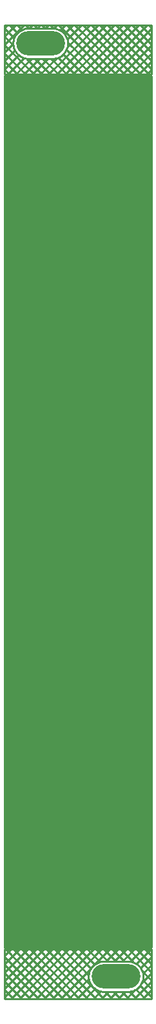
<source format=gbl>
G04 Layer: BottomLayer*
G04 EasyEDA v6.5.29, 2023-07-18 11:26:45*
G04 717a18994d7c41279664b680ba610972,5a6b42c53f6a479593ecc07194224c93,10*
G04 Gerber Generator version 0.2*
G04 Scale: 100 percent, Rotated: No, Reflected: No *
G04 Dimensions in millimeters *
G04 leading zeros omitted , absolute positions ,4 integer and 5 decimal *
%FSLAX45Y45*%
%MOMM*%

%ADD10C,0.2540*%
%ADD11O,6.4000126X3.1999936*%

%LPD*%
G36*
X36068Y698500D02*
G01*
X32156Y699262D01*
X28905Y701497D01*
X26670Y704748D01*
X25908Y708660D01*
X25908Y12143740D01*
X26670Y12147651D01*
X28905Y12150902D01*
X32156Y12153138D01*
X36068Y12153900D01*
X1970532Y12153900D01*
X1974443Y12153138D01*
X1977694Y12150902D01*
X1979930Y12147651D01*
X1980692Y12143740D01*
X1980692Y708660D01*
X1979930Y704748D01*
X1977694Y701497D01*
X1974443Y699262D01*
X1970532Y698500D01*
G37*

%LPD*%
D10*
X1892300Y673100D02*
G01*
X1892300Y736600D01*
X1917700Y12103100D02*
G01*
X1917700Y12166600D01*
X1967738Y12166854D02*
G01*
X38862Y12166854D01*
X38862Y12166854D02*
G01*
X38862Y12813537D01*
X38862Y12813537D02*
G01*
X1967738Y12813537D01*
X1967738Y12813537D02*
G01*
X1967738Y12166854D01*
X194276Y12446843D02*
G01*
X207382Y12432383D01*
X207382Y12432383D02*
G01*
X221842Y12419277D01*
X221842Y12419277D02*
G01*
X237517Y12407652D01*
X237517Y12407652D02*
G01*
X254256Y12397619D01*
X254256Y12397619D02*
G01*
X271897Y12389275D01*
X271897Y12389275D02*
G01*
X290272Y12382701D01*
X290272Y12382701D02*
G01*
X309203Y12377959D01*
X309203Y12377959D02*
G01*
X328507Y12375095D01*
X328507Y12375095D02*
G01*
X347999Y12374138D01*
X347999Y12374138D02*
G01*
X668000Y12374138D01*
X668000Y12374138D02*
G01*
X687492Y12375095D01*
X687492Y12375095D02*
G01*
X706796Y12377959D01*
X706796Y12377959D02*
G01*
X725727Y12382701D01*
X725727Y12382701D02*
G01*
X744102Y12389275D01*
X744102Y12389275D02*
G01*
X761743Y12397619D01*
X761743Y12397619D02*
G01*
X778482Y12407652D01*
X778482Y12407652D02*
G01*
X794157Y12419277D01*
X794157Y12419277D02*
G01*
X808617Y12432383D01*
X808617Y12432383D02*
G01*
X821723Y12446843D01*
X821723Y12446843D02*
G01*
X833348Y12462518D01*
X833348Y12462518D02*
G01*
X843381Y12479257D01*
X843381Y12479257D02*
G01*
X851725Y12496898D01*
X851725Y12496898D02*
G01*
X858299Y12515273D01*
X858299Y12515273D02*
G01*
X863041Y12534204D01*
X863041Y12534204D02*
G01*
X865905Y12553508D01*
X865905Y12553508D02*
G01*
X866862Y12573000D01*
X866862Y12573000D02*
G01*
X865905Y12592491D01*
X865905Y12592491D02*
G01*
X863041Y12611795D01*
X863041Y12611795D02*
G01*
X858299Y12630726D01*
X858299Y12630726D02*
G01*
X851725Y12649101D01*
X851725Y12649101D02*
G01*
X843381Y12666742D01*
X843381Y12666742D02*
G01*
X833348Y12683481D01*
X833348Y12683481D02*
G01*
X821723Y12699156D01*
X821723Y12699156D02*
G01*
X808617Y12713616D01*
X808617Y12713616D02*
G01*
X794157Y12726722D01*
X794157Y12726722D02*
G01*
X778482Y12738347D01*
X778482Y12738347D02*
G01*
X761743Y12748380D01*
X761743Y12748380D02*
G01*
X744102Y12756724D01*
X744102Y12756724D02*
G01*
X725727Y12763298D01*
X725727Y12763298D02*
G01*
X706796Y12768040D01*
X706796Y12768040D02*
G01*
X687492Y12770904D01*
X687492Y12770904D02*
G01*
X668000Y12771861D01*
X668000Y12771861D02*
G01*
X347999Y12771861D01*
X347999Y12771861D02*
G01*
X328507Y12770904D01*
X328507Y12770904D02*
G01*
X309203Y12768040D01*
X309203Y12768040D02*
G01*
X290272Y12763298D01*
X290272Y12763298D02*
G01*
X271897Y12756724D01*
X271897Y12756724D02*
G01*
X254256Y12748380D01*
X254256Y12748380D02*
G01*
X237517Y12738347D01*
X237517Y12738347D02*
G01*
X221842Y12726722D01*
X221842Y12726722D02*
G01*
X207382Y12713616D01*
X207382Y12713616D02*
G01*
X194276Y12699156D01*
X194276Y12699156D02*
G01*
X182651Y12683481D01*
X182651Y12683481D02*
G01*
X172618Y12666742D01*
X172618Y12666742D02*
G01*
X164274Y12649101D01*
X164274Y12649101D02*
G01*
X157700Y12630726D01*
X157700Y12630726D02*
G01*
X152958Y12611795D01*
X152958Y12611795D02*
G01*
X150094Y12592491D01*
X150094Y12592491D02*
G01*
X149137Y12573000D01*
X149137Y12573000D02*
G01*
X150094Y12553508D01*
X150094Y12553508D02*
G01*
X152958Y12534204D01*
X152958Y12534204D02*
G01*
X157700Y12515273D01*
X157700Y12515273D02*
G01*
X164274Y12496898D01*
X164274Y12496898D02*
G01*
X172618Y12479257D01*
X172618Y12479257D02*
G01*
X182651Y12462518D01*
X182651Y12462518D02*
G01*
X194276Y12446843D01*
X38862Y12228167D02*
G01*
X100175Y12166854D01*
X38862Y12335930D02*
G01*
X207938Y12166854D01*
X38862Y12443693D02*
G01*
X315701Y12166854D01*
X38862Y12551456D02*
G01*
X423464Y12166854D01*
X38862Y12659220D02*
G01*
X151056Y12547025D01*
X322024Y12376057D02*
G01*
X531228Y12166854D01*
X38862Y12766983D02*
G01*
X162290Y12643554D01*
X431706Y12374138D02*
G01*
X638991Y12166854D01*
X100070Y12813537D02*
G01*
X203868Y12709739D01*
X539470Y12374138D02*
G01*
X746754Y12166854D01*
X207833Y12813537D02*
G01*
X266975Y12754396D01*
X647233Y12374138D02*
G01*
X854517Y12166854D01*
X315596Y12813537D02*
G01*
X357272Y12771861D01*
X740976Y12388157D02*
G01*
X962280Y12166854D01*
X423359Y12813537D02*
G01*
X465035Y12771861D01*
X806464Y12430432D02*
G01*
X1070043Y12166854D01*
X531122Y12813537D02*
G01*
X572798Y12771861D01*
X850452Y12494208D02*
G01*
X1177806Y12166854D01*
X638885Y12813537D02*
G01*
X681210Y12771212D01*
X866213Y12586210D02*
G01*
X1285569Y12166854D01*
X746648Y12813537D02*
G01*
X1393332Y12166854D01*
X854411Y12813537D02*
G01*
X1501095Y12166854D01*
X962174Y12813537D02*
G01*
X1608858Y12166854D01*
X1069937Y12813537D02*
G01*
X1716621Y12166854D01*
X1177700Y12813537D02*
G01*
X1824384Y12166854D01*
X1285464Y12813537D02*
G01*
X1932148Y12166854D01*
X1393227Y12813537D02*
G01*
X1967738Y12239027D01*
X1500990Y12813537D02*
G01*
X1967738Y12346790D01*
X1608753Y12813537D02*
G01*
X1967738Y12454553D01*
X1716516Y12813537D02*
G01*
X1967738Y12562316D01*
X1824279Y12813537D02*
G01*
X1967738Y12670079D01*
X1932042Y12813537D02*
G01*
X1967738Y12777842D01*
X1906424Y12166854D02*
G01*
X1967738Y12228167D01*
X1798661Y12166854D02*
G01*
X1967738Y12335930D01*
X1690898Y12166854D02*
G01*
X1967738Y12443693D01*
X1583135Y12166854D02*
G01*
X1967738Y12551456D01*
X1475371Y12166854D02*
G01*
X1967738Y12659220D01*
X1367608Y12166854D02*
G01*
X1967738Y12766983D01*
X1259845Y12166854D02*
G01*
X1906529Y12813537D01*
X1152082Y12166854D02*
G01*
X1798766Y12813537D01*
X1044319Y12166854D02*
G01*
X1691003Y12813537D01*
X936556Y12166854D02*
G01*
X1583240Y12813537D01*
X828793Y12166854D02*
G01*
X1475477Y12813537D01*
X721030Y12166854D02*
G01*
X1367714Y12813537D01*
X613267Y12166854D02*
G01*
X1259951Y12813537D01*
X505504Y12166854D02*
G01*
X719888Y12381238D01*
X859762Y12521112D02*
G01*
X1152188Y12813537D01*
X397741Y12166854D02*
G01*
X605025Y12374138D01*
X858963Y12628076D02*
G01*
X1044425Y12813537D01*
X289978Y12166854D02*
G01*
X497262Y12374138D01*
X821960Y12698836D02*
G01*
X936662Y12813537D01*
X182215Y12166854D02*
G01*
X389499Y12374138D01*
X762992Y12747631D02*
G01*
X828899Y12813537D01*
X74451Y12166854D02*
G01*
X290293Y12382695D01*
X678922Y12771325D02*
G01*
X721135Y12813537D01*
X38862Y12239027D02*
G01*
X220410Y12420575D01*
X571696Y12771861D02*
G01*
X613372Y12813537D01*
X38862Y12346790D02*
G01*
X172204Y12480132D01*
X463933Y12771861D02*
G01*
X505609Y12813537D01*
X38862Y12454553D02*
G01*
X149519Y12565211D01*
X356170Y12771861D02*
G01*
X397846Y12813537D01*
X38862Y12562316D02*
G01*
X290083Y12813537D01*
X38862Y12670079D02*
G01*
X182320Y12813537D01*
X38862Y12777842D02*
G01*
X74557Y12813537D01*
X1967738Y38862D02*
G01*
X38862Y38862D01*
X38862Y38862D02*
G01*
X38862Y685545D01*
X38862Y685545D02*
G01*
X1967738Y685545D01*
X1967738Y685545D02*
G01*
X1967738Y38862D01*
X1197982Y189583D02*
G01*
X1212442Y176477D01*
X1212442Y176477D02*
G01*
X1228117Y164852D01*
X1228117Y164852D02*
G01*
X1244856Y154819D01*
X1244856Y154819D02*
G01*
X1262497Y146475D01*
X1262497Y146475D02*
G01*
X1280872Y139901D01*
X1280872Y139901D02*
G01*
X1299803Y135159D01*
X1299803Y135159D02*
G01*
X1319107Y132295D01*
X1319107Y132295D02*
G01*
X1338599Y131338D01*
X1338599Y131338D02*
G01*
X1658600Y131338D01*
X1658600Y131338D02*
G01*
X1678092Y132295D01*
X1678092Y132295D02*
G01*
X1697396Y135159D01*
X1697396Y135159D02*
G01*
X1716327Y139901D01*
X1716327Y139901D02*
G01*
X1734702Y146475D01*
X1734702Y146475D02*
G01*
X1752343Y154819D01*
X1752343Y154819D02*
G01*
X1769082Y164852D01*
X1769082Y164852D02*
G01*
X1784757Y176477D01*
X1784757Y176477D02*
G01*
X1799217Y189583D01*
X1799217Y189583D02*
G01*
X1812323Y204043D01*
X1812323Y204043D02*
G01*
X1823948Y219718D01*
X1823948Y219718D02*
G01*
X1833981Y236457D01*
X1833981Y236457D02*
G01*
X1842325Y254098D01*
X1842325Y254098D02*
G01*
X1848899Y272473D01*
X1848899Y272473D02*
G01*
X1853641Y291404D01*
X1853641Y291404D02*
G01*
X1856505Y310708D01*
X1856505Y310708D02*
G01*
X1857462Y330200D01*
X1857462Y330200D02*
G01*
X1856505Y349691D01*
X1856505Y349691D02*
G01*
X1853641Y368995D01*
X1853641Y368995D02*
G01*
X1848899Y387926D01*
X1848899Y387926D02*
G01*
X1842325Y406301D01*
X1842325Y406301D02*
G01*
X1833981Y423942D01*
X1833981Y423942D02*
G01*
X1823948Y440681D01*
X1823948Y440681D02*
G01*
X1812323Y456356D01*
X1812323Y456356D02*
G01*
X1799217Y470816D01*
X1799217Y470816D02*
G01*
X1784757Y483922D01*
X1784757Y483922D02*
G01*
X1769082Y495547D01*
X1769082Y495547D02*
G01*
X1752343Y505580D01*
X1752343Y505580D02*
G01*
X1734702Y513924D01*
X1734702Y513924D02*
G01*
X1716327Y520498D01*
X1716327Y520498D02*
G01*
X1697396Y525240D01*
X1697396Y525240D02*
G01*
X1678092Y528104D01*
X1678092Y528104D02*
G01*
X1658600Y529061D01*
X1658600Y529061D02*
G01*
X1338599Y529061D01*
X1338599Y529061D02*
G01*
X1319107Y528104D01*
X1319107Y528104D02*
G01*
X1299803Y525240D01*
X1299803Y525240D02*
G01*
X1280872Y520498D01*
X1280872Y520498D02*
G01*
X1262497Y513924D01*
X1262497Y513924D02*
G01*
X1244856Y505580D01*
X1244856Y505580D02*
G01*
X1228117Y495547D01*
X1228117Y495547D02*
G01*
X1212442Y483922D01*
X1212442Y483922D02*
G01*
X1197982Y470816D01*
X1197982Y470816D02*
G01*
X1184876Y456356D01*
X1184876Y456356D02*
G01*
X1173251Y440681D01*
X1173251Y440681D02*
G01*
X1163218Y423942D01*
X1163218Y423942D02*
G01*
X1154874Y406301D01*
X1154874Y406301D02*
G01*
X1148300Y387926D01*
X1148300Y387926D02*
G01*
X1143558Y368995D01*
X1143558Y368995D02*
G01*
X1140694Y349691D01*
X1140694Y349691D02*
G01*
X1139737Y330200D01*
X1139737Y330200D02*
G01*
X1140694Y310708D01*
X1140694Y310708D02*
G01*
X1143558Y291404D01*
X1143558Y291404D02*
G01*
X1148300Y272473D01*
X1148300Y272473D02*
G01*
X1154874Y254098D01*
X1154874Y254098D02*
G01*
X1163218Y236457D01*
X1163218Y236457D02*
G01*
X1173251Y219718D01*
X1173251Y219718D02*
G01*
X1184876Y204043D01*
X1184876Y204043D02*
G01*
X1197982Y189583D01*
X38862Y50940D02*
G01*
X50940Y38862D01*
X38862Y158703D02*
G01*
X158703Y38862D01*
X38862Y266466D02*
G01*
X266466Y38862D01*
X38862Y374229D02*
G01*
X374229Y38862D01*
X38862Y481992D02*
G01*
X481992Y38862D01*
X38862Y589755D02*
G01*
X589755Y38862D01*
X50835Y685545D02*
G01*
X697519Y38862D01*
X158598Y685545D02*
G01*
X805282Y38862D01*
X266361Y685545D02*
G01*
X913045Y38862D01*
X374124Y685545D02*
G01*
X1020808Y38862D01*
X481887Y685545D02*
G01*
X1128571Y38862D01*
X589650Y685545D02*
G01*
X1236334Y38862D01*
X697413Y685545D02*
G01*
X1344097Y38862D01*
X805176Y685545D02*
G01*
X1140738Y349984D01*
X1359384Y131338D02*
G01*
X1451860Y38862D01*
X912939Y685545D02*
G01*
X1167462Y431023D01*
X1467147Y131338D02*
G01*
X1559623Y38862D01*
X1020702Y685545D02*
G01*
X1218117Y488131D01*
X1574910Y131338D02*
G01*
X1667386Y38862D01*
X1128465Y685545D02*
G01*
X1290980Y523030D01*
X1681247Y132764D02*
G01*
X1775149Y38862D01*
X1236228Y685545D02*
G01*
X1392713Y529061D01*
X1761479Y160295D02*
G01*
X1882912Y38862D01*
X1343991Y685545D02*
G01*
X1500476Y529061D01*
X1817931Y211606D02*
G01*
X1967738Y61799D01*
X1451755Y685545D02*
G01*
X1608239Y529061D01*
X1852090Y285210D02*
G01*
X1967738Y169563D01*
X1559518Y685545D02*
G01*
X1729155Y515909D01*
X1844310Y400754D02*
G01*
X1967738Y277326D01*
X1667281Y685545D02*
G01*
X1967738Y385089D01*
X1775044Y685545D02*
G01*
X1967738Y492852D01*
X1882807Y685545D02*
G01*
X1967738Y600615D01*
X1955659Y38862D02*
G01*
X1967738Y50940D01*
X1847896Y38862D02*
G01*
X1967738Y158703D01*
X1740133Y38862D02*
G01*
X1967738Y266466D01*
X1632370Y38862D02*
G01*
X1744723Y151215D01*
X1837585Y244076D02*
G01*
X1967738Y374229D01*
X1524607Y38862D02*
G01*
X1617083Y131338D01*
X1853783Y368038D02*
G01*
X1967738Y481992D01*
X1416844Y38862D02*
G01*
X1509320Y131338D01*
X1821697Y443715D02*
G01*
X1967738Y589755D01*
X1309080Y38862D02*
G01*
X1401557Y131338D01*
X1767009Y496790D02*
G01*
X1955764Y685545D01*
X1201317Y38862D02*
G01*
X1298053Y135597D01*
X1688949Y526493D02*
G01*
X1848001Y685545D01*
X1093554Y38862D02*
G01*
X1223195Y168502D01*
X1583754Y529061D02*
G01*
X1740238Y685545D01*
X985791Y38862D02*
G01*
X1170776Y223847D01*
X1475991Y529061D02*
G01*
X1632475Y685545D01*
X878028Y38862D02*
G01*
X1141880Y302714D01*
X1368228Y529061D02*
G01*
X1524712Y685545D01*
X770265Y38862D02*
G01*
X1176599Y445196D01*
X1223602Y492199D02*
G01*
X1416949Y685545D01*
X662502Y38862D02*
G01*
X1309186Y685545D01*
X554739Y38862D02*
G01*
X1201423Y685545D01*
X446976Y38862D02*
G01*
X1093660Y685545D01*
X339213Y38862D02*
G01*
X985897Y685545D01*
X231450Y38862D02*
G01*
X878134Y685545D01*
X123687Y38862D02*
G01*
X770371Y685545D01*
X38862Y61799D02*
G01*
X662608Y685545D01*
X38862Y169563D02*
G01*
X554844Y685545D01*
X38862Y277326D02*
G01*
X447081Y685545D01*
X38862Y385089D02*
G01*
X339318Y685545D01*
X38862Y492852D02*
G01*
X231555Y685545D01*
X38862Y600615D02*
G01*
X123792Y685545D01*
D11*
G01*
X1498600Y330200D03*
G01*
X508000Y12573000D03*
M02*

</source>
